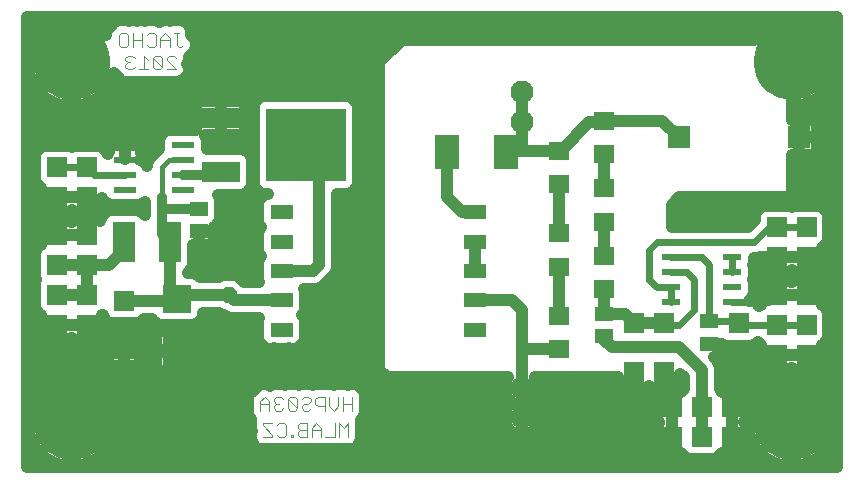
<source format=gbr>
G75*
G70*
%OFA0B0*%
%FSLAX24Y24*%
%IPPOS*%
%LPD*%
%AMOC8*
5,1,8,0,0,1.08239X$1,22.5*
%
%ADD10C,0.0040*%
%ADD11R,0.0740X0.0461*%
%ADD12C,0.0760*%
%ADD13R,0.0945X0.0945*%
%ADD14R,0.0669X0.0709*%
%ADD15R,0.0748X0.1339*%
%ADD16OC8,0.0520*%
%ADD17R,0.0710X0.0630*%
%ADD18R,0.0591X0.0512*%
%ADD19R,0.0630X0.0236*%
%ADD20R,0.0780X0.0220*%
%ADD21R,0.2677X0.2441*%
%ADD22R,0.1260X0.0709*%
%ADD23R,0.0650X0.0650*%
%ADD24R,0.0787X0.1181*%
%ADD25C,0.2540*%
%ADD26R,0.0768X0.0768*%
%ADD27C,0.0400*%
%ADD28C,0.0160*%
%ADD29C,0.0320*%
%ADD30C,0.0240*%
%ADD31C,0.0357*%
D10*
X008691Y004538D02*
X008998Y004538D01*
X008998Y004615D01*
X008691Y004922D01*
X008691Y004999D01*
X008998Y004999D01*
X009151Y004922D02*
X009228Y004999D01*
X009382Y004999D01*
X009458Y004922D01*
X009458Y004615D01*
X009382Y004538D01*
X009228Y004538D01*
X009151Y004615D01*
X009612Y004615D02*
X009612Y004538D01*
X009688Y004538D01*
X009688Y004615D01*
X009612Y004615D01*
X009842Y004615D02*
X009919Y004538D01*
X010149Y004538D01*
X010149Y004999D01*
X009919Y004999D01*
X009842Y004922D01*
X009842Y004845D01*
X009919Y004769D01*
X010149Y004769D01*
X010302Y004769D02*
X010609Y004769D01*
X010609Y004845D02*
X010456Y004999D01*
X010302Y004845D01*
X010302Y004538D01*
X010609Y004538D02*
X010609Y004845D01*
X011070Y004999D02*
X011070Y004538D01*
X010763Y004538D01*
X011223Y004538D02*
X011223Y004999D01*
X011377Y004845D01*
X011530Y004999D01*
X011530Y004538D01*
X011655Y005413D02*
X011655Y005874D01*
X011655Y005644D02*
X011348Y005644D01*
X011195Y005567D02*
X011041Y005413D01*
X010888Y005567D01*
X010888Y005874D01*
X010734Y005874D02*
X010504Y005874D01*
X010427Y005797D01*
X010427Y005644D01*
X010504Y005567D01*
X010734Y005567D01*
X010734Y005413D02*
X010734Y005874D01*
X010274Y005797D02*
X010274Y005720D01*
X010197Y005644D01*
X010044Y005644D01*
X009967Y005567D01*
X009967Y005490D01*
X010044Y005413D01*
X010197Y005413D01*
X010274Y005490D01*
X010274Y005797D02*
X010197Y005874D01*
X010044Y005874D01*
X009967Y005797D01*
X009813Y005797D02*
X009737Y005874D01*
X009583Y005874D01*
X009507Y005797D01*
X009813Y005490D01*
X009737Y005413D01*
X009583Y005413D01*
X009507Y005490D01*
X009507Y005797D01*
X009353Y005797D02*
X009276Y005874D01*
X009123Y005874D01*
X009046Y005797D01*
X009046Y005720D01*
X009123Y005644D01*
X009046Y005567D01*
X009046Y005490D01*
X009123Y005413D01*
X009276Y005413D01*
X009353Y005490D01*
X009200Y005644D02*
X009123Y005644D01*
X008893Y005644D02*
X008586Y005644D01*
X008586Y005720D02*
X008586Y005413D01*
X008893Y005413D02*
X008893Y005720D01*
X008739Y005874D01*
X008586Y005720D01*
X009813Y005797D02*
X009813Y005490D01*
X009919Y004769D02*
X009842Y004692D01*
X009842Y004615D01*
X011195Y005567D02*
X011195Y005874D01*
X011348Y005874D02*
X011348Y005413D01*
X005780Y016788D02*
X005473Y016788D01*
X005320Y016865D02*
X005013Y017172D01*
X005013Y016865D01*
X005089Y016788D01*
X005243Y016788D01*
X005320Y016865D01*
X005320Y017172D01*
X005243Y017249D01*
X005089Y017249D01*
X005013Y017172D01*
X004859Y017095D02*
X004706Y017249D01*
X004706Y016788D01*
X004859Y016788D02*
X004552Y016788D01*
X004399Y016865D02*
X004322Y016788D01*
X004169Y016788D01*
X004092Y016865D01*
X004092Y016942D01*
X004169Y017019D01*
X004245Y017019D01*
X004169Y017019D02*
X004092Y017095D01*
X004092Y017172D01*
X004169Y017249D01*
X004322Y017249D01*
X004399Y017172D01*
X004342Y017538D02*
X004342Y017999D01*
X004188Y017922D02*
X004188Y017615D01*
X004112Y017538D01*
X003958Y017538D01*
X003882Y017615D01*
X003882Y017922D01*
X003958Y017999D01*
X004112Y017999D01*
X004188Y017922D01*
X004342Y017769D02*
X004649Y017769D01*
X004802Y017922D02*
X004879Y017999D01*
X005032Y017999D01*
X005109Y017922D01*
X005109Y017615D01*
X005032Y017538D01*
X004879Y017538D01*
X004802Y017615D01*
X004649Y017538D02*
X004649Y017999D01*
X005263Y017845D02*
X005263Y017538D01*
X005263Y017769D02*
X005570Y017769D01*
X005570Y017845D02*
X005570Y017538D01*
X005800Y017615D02*
X005877Y017538D01*
X005953Y017538D01*
X006030Y017615D01*
X005800Y017615D02*
X005800Y017999D01*
X005877Y017999D02*
X005723Y017999D01*
X005570Y017845D02*
X005416Y017999D01*
X005263Y017845D01*
X005550Y017249D02*
X005703Y017249D01*
X005780Y017172D01*
X005550Y017249D02*
X005473Y017172D01*
X005473Y017095D01*
X005780Y016788D01*
D11*
X009300Y012018D03*
X009300Y011042D03*
X009300Y010066D03*
X009300Y009089D03*
X009300Y008113D03*
X015741Y008113D03*
X015741Y009089D03*
X015741Y010066D03*
X015741Y011042D03*
X015741Y012018D03*
D12*
X017300Y015018D03*
X017300Y016018D03*
X017300Y006160D03*
X017300Y005192D03*
D13*
X005800Y007402D03*
X005800Y009134D03*
D14*
X004050Y009075D03*
X004050Y007461D03*
X021050Y006711D03*
X022050Y006711D03*
X024550Y006711D03*
X024550Y008325D03*
X022050Y008325D03*
X021050Y008325D03*
D15*
X005568Y011018D03*
X004032Y011018D03*
D16*
X007550Y009268D03*
X007550Y007268D03*
D17*
X018550Y007458D03*
X018550Y008578D03*
X020050Y009458D03*
X018550Y010208D03*
X020050Y010578D03*
X018550Y011328D03*
X020050Y011708D03*
X020050Y012828D03*
X018550Y012958D03*
X018550Y014078D03*
X020050Y013958D03*
X020050Y015078D03*
D18*
X020050Y008642D03*
X020050Y007894D03*
X023550Y007644D03*
X023550Y008392D03*
X006550Y011394D03*
X006550Y012142D03*
D19*
X022276Y010518D03*
X022276Y010018D03*
X022276Y009518D03*
X022276Y009018D03*
X024324Y009018D03*
X024324Y009518D03*
X024324Y010018D03*
X024324Y010518D03*
D20*
X006020Y012768D03*
X006020Y013268D03*
X006020Y013768D03*
X006020Y014268D03*
X004080Y014268D03*
X004080Y013768D03*
X004080Y013268D03*
X004080Y012768D03*
D21*
X010105Y014268D03*
D22*
X007278Y013371D03*
X007278Y015166D03*
D23*
X002800Y013518D03*
X001800Y013518D03*
X001800Y012518D03*
X002800Y012518D03*
X002800Y011268D03*
X001800Y011268D03*
X001800Y010268D03*
X002800Y010268D03*
X002800Y009268D03*
X001800Y009268D03*
X001800Y008268D03*
X002800Y008268D03*
X022300Y005518D03*
X023300Y005518D03*
X024300Y005518D03*
X024300Y004518D03*
X023300Y004518D03*
X022300Y004518D03*
X025800Y007268D03*
X026800Y007268D03*
X026800Y008268D03*
X025800Y008268D03*
X025800Y009268D03*
X026800Y009268D03*
X026800Y010518D03*
X025800Y010518D03*
X025800Y011518D03*
X026800Y011518D03*
D24*
X016784Y014018D03*
X014816Y014018D03*
D25*
X026300Y017018D03*
X026300Y005018D03*
X002300Y005018D03*
X002300Y017018D03*
D26*
X022550Y014518D03*
X026550Y014518D03*
D27*
X000800Y018518D02*
X000800Y003518D01*
X020050Y003518D01*
X020050Y006518D01*
X017757Y006518D01*
X017796Y006464D01*
X017838Y006383D01*
X017866Y006296D01*
X017880Y006206D01*
X017880Y006160D01*
X017300Y006160D01*
X017300Y005192D01*
X017300Y005772D01*
X017300Y006160D01*
X017300Y006160D01*
X017300Y006160D01*
X016720Y006160D01*
X016720Y006114D01*
X016734Y006024D01*
X016762Y005937D01*
X016804Y005856D01*
X016858Y005782D01*
X016922Y005718D01*
X016980Y005676D01*
X016922Y005634D01*
X016858Y005569D01*
X016804Y005496D01*
X016762Y005414D01*
X016734Y005327D01*
X016720Y005237D01*
X016720Y005192D01*
X017300Y005192D01*
X017300Y005192D01*
X017300Y005192D01*
X017880Y005192D01*
X017880Y005237D01*
X017866Y005327D01*
X017838Y005414D01*
X017796Y005496D01*
X017742Y005569D01*
X017678Y005634D01*
X017620Y005676D01*
X017678Y005718D01*
X017742Y005782D01*
X017796Y005856D01*
X017838Y005937D01*
X017866Y006024D01*
X017880Y006114D01*
X017880Y006160D01*
X017300Y006160D01*
X017300Y006160D01*
X017300Y007518D01*
X017360Y007458D01*
X018550Y007458D01*
X017300Y007518D02*
X017300Y008768D01*
X016979Y009089D01*
X015741Y009089D01*
X015741Y010066D02*
X015741Y011042D01*
X015741Y012018D02*
X015300Y012018D01*
X014800Y012518D01*
X014800Y014003D01*
X014816Y014018D01*
X016784Y014018D02*
X016844Y014078D01*
X017300Y014078D01*
X017300Y015018D01*
X017300Y016018D01*
X018610Y014078D02*
X019550Y015018D01*
X019990Y015018D01*
X020050Y015078D01*
X021990Y015078D01*
X022550Y014518D01*
X020050Y013958D02*
X020050Y012828D01*
X018550Y012958D02*
X018550Y011328D01*
X020050Y011708D02*
X020050Y010578D01*
X018550Y010208D02*
X018550Y008578D01*
X020050Y008642D02*
X020733Y008642D01*
X021050Y008325D01*
X021300Y008325D01*
X021550Y008325D01*
X022050Y008325D01*
X022550Y007518D02*
X023300Y006768D01*
X023300Y005518D01*
X023300Y004518D01*
X022625Y003993D02*
X022300Y003993D01*
X022300Y004518D01*
X022300Y004518D01*
X022300Y003993D01*
X021949Y003993D01*
X021898Y004007D01*
X021852Y004033D01*
X021815Y004071D01*
X021789Y004116D01*
X021775Y004167D01*
X021775Y004518D01*
X022300Y004518D01*
X022300Y004518D01*
X021775Y004518D01*
X021775Y004870D01*
X021789Y004921D01*
X021815Y004966D01*
X021852Y005003D01*
X021878Y005018D01*
X021852Y005033D01*
X021815Y005071D01*
X021789Y005116D01*
X021775Y005167D01*
X021775Y005518D01*
X022300Y005518D01*
X022300Y004993D01*
X022300Y004518D01*
X022300Y005518D01*
X022300Y005518D01*
X022300Y005518D01*
X021775Y005518D01*
X021775Y005870D01*
X021789Y005921D01*
X021815Y005966D01*
X021852Y006003D01*
X021898Y006030D01*
X021949Y006043D01*
X022300Y006043D01*
X022300Y005518D01*
X022300Y005518D01*
X022300Y006043D01*
X022625Y006043D01*
X022636Y006070D01*
X022700Y006134D01*
X022700Y006520D01*
X022585Y006635D01*
X022585Y006331D01*
X022571Y006280D01*
X022545Y006234D01*
X022507Y006197D01*
X022462Y006171D01*
X022411Y006157D01*
X022050Y006157D01*
X022050Y006711D01*
X022050Y006157D01*
X021689Y006157D01*
X021638Y006171D01*
X021593Y006197D01*
X021555Y006234D01*
X021550Y006243D01*
X021545Y006234D01*
X021507Y006197D01*
X021462Y006171D01*
X021411Y006157D01*
X021050Y006157D01*
X021050Y006518D01*
X021050Y006157D01*
X020689Y006157D01*
X020638Y006171D01*
X020593Y006197D01*
X020555Y006234D01*
X020529Y006280D01*
X020515Y006331D01*
X020515Y006518D01*
X019050Y006518D01*
X019050Y004018D01*
X019550Y003518D01*
X027800Y003518D01*
X027800Y018518D01*
X024551Y018518D01*
X025143Y017925D01*
X025209Y018007D01*
X025312Y018109D01*
X025423Y018200D01*
X025543Y018281D01*
X025671Y018349D01*
X025804Y018404D01*
X025942Y018446D01*
X026084Y018474D01*
X026185Y018484D01*
X026185Y017133D01*
X026415Y017133D01*
X027766Y017133D01*
X027756Y017234D01*
X027728Y017376D01*
X027686Y017514D01*
X027630Y017648D01*
X027562Y017775D01*
X027482Y017895D01*
X027391Y018007D01*
X027288Y018109D01*
X027177Y018200D01*
X027057Y018281D01*
X026929Y018349D01*
X026796Y018404D01*
X026658Y018446D01*
X026516Y018474D01*
X026415Y018484D01*
X026415Y017133D01*
X026415Y016903D01*
X026415Y015553D01*
X026516Y015562D01*
X026658Y015591D01*
X026796Y015633D01*
X026929Y015688D01*
X027057Y015756D01*
X027177Y015836D01*
X027288Y015928D01*
X027391Y016030D01*
X027482Y016142D01*
X027562Y016262D01*
X027630Y016389D01*
X027686Y016522D01*
X027728Y016661D01*
X027756Y016802D01*
X027766Y016903D01*
X026415Y016903D01*
X026185Y016903D01*
X026185Y016883D01*
X026300Y016768D01*
X026300Y015102D01*
X026550Y015102D01*
X026550Y014518D01*
X026550Y013934D01*
X026960Y013934D01*
X027011Y013948D01*
X027057Y013974D01*
X027094Y014012D01*
X027120Y014057D01*
X027134Y014108D01*
X027134Y014518D01*
X026550Y014518D01*
X026550Y014518D01*
X026550Y013934D01*
X026300Y013934D01*
X026300Y012518D01*
X022550Y012518D01*
X022300Y012268D01*
X022300Y011538D01*
X024835Y011538D01*
X025075Y011779D01*
X025075Y011923D01*
X025136Y012070D01*
X025248Y012182D01*
X025395Y012243D01*
X026205Y012243D01*
X026300Y012204D01*
X026395Y012243D01*
X027205Y012243D01*
X027352Y012182D01*
X027464Y012070D01*
X027525Y011923D01*
X027525Y011114D01*
X027464Y010967D01*
X027352Y010854D01*
X027325Y010843D01*
X027325Y010518D01*
X026800Y010518D01*
X026800Y009993D01*
X027151Y009993D01*
X027202Y010007D01*
X027248Y010033D01*
X027285Y010071D01*
X027311Y010116D01*
X027325Y010167D01*
X027325Y010518D01*
X026800Y010518D01*
X026800Y010518D01*
X026800Y009993D01*
X026449Y009993D01*
X026398Y010007D01*
X026352Y010033D01*
X026315Y010071D01*
X026300Y010096D01*
X026285Y010071D01*
X026248Y010033D01*
X026202Y010007D01*
X026151Y009993D01*
X025800Y009993D01*
X025800Y010518D01*
X025800Y010518D01*
X025800Y009993D01*
X025449Y009993D01*
X025398Y010007D01*
X025352Y010033D01*
X025315Y010071D01*
X025289Y010116D01*
X025275Y010167D01*
X025275Y010518D01*
X025800Y010518D01*
X025800Y010518D01*
X025800Y010518D01*
X026275Y010518D01*
X026800Y010518D01*
X026800Y010518D01*
X026800Y010518D01*
X025800Y010518D01*
X025275Y010518D01*
X025275Y010549D01*
X025153Y010498D01*
X025039Y010498D01*
X025039Y010321D01*
X025017Y010268D01*
X025039Y010216D01*
X025039Y009821D01*
X025017Y009768D01*
X025039Y009716D01*
X025039Y009321D01*
X024978Y009174D01*
X024884Y009080D01*
X024964Y009080D01*
X025111Y009019D01*
X025223Y008907D01*
X025248Y008932D01*
X025275Y008943D01*
X025275Y009268D01*
X025800Y009268D01*
X025800Y009268D01*
X025800Y009268D01*
X026800Y009268D01*
X026800Y009268D01*
X027325Y009268D01*
X027325Y008943D01*
X027352Y008932D01*
X027464Y008820D01*
X027525Y008673D01*
X027525Y007864D01*
X027464Y007717D01*
X027352Y007604D01*
X027325Y007593D01*
X027325Y007268D01*
X026800Y007268D01*
X026800Y006743D01*
X027151Y006743D01*
X027202Y006757D01*
X027248Y006783D01*
X027285Y006821D01*
X027311Y006866D01*
X027325Y006917D01*
X027325Y007268D01*
X026800Y007268D01*
X026800Y007268D01*
X026800Y006743D01*
X026449Y006743D01*
X026398Y006757D01*
X026352Y006783D01*
X026315Y006821D01*
X026300Y006846D01*
X026285Y006821D01*
X026248Y006783D01*
X026202Y006757D01*
X026151Y006743D01*
X025800Y006743D01*
X025800Y007268D01*
X025800Y007268D01*
X025800Y006743D01*
X025449Y006743D01*
X025398Y006757D01*
X025352Y006783D01*
X025315Y006821D01*
X025289Y006866D01*
X025275Y006917D01*
X025275Y007268D01*
X025800Y007268D01*
X025800Y007268D01*
X025800Y007268D01*
X026800Y007268D01*
X026800Y007268D01*
X026800Y007268D01*
X026325Y007268D01*
X025800Y007268D01*
X025275Y007268D01*
X025275Y007593D01*
X025248Y007604D01*
X025166Y007687D01*
X025111Y007632D01*
X024964Y007571D01*
X024136Y007571D01*
X024045Y007609D01*
X024045Y007362D01*
X024032Y007311D01*
X024005Y007266D01*
X023968Y007228D01*
X023922Y007202D01*
X023872Y007188D01*
X023728Y007188D01*
X023809Y007108D01*
X023900Y006888D01*
X023900Y006134D01*
X023964Y006070D01*
X023975Y006043D01*
X024300Y006043D01*
X024651Y006043D01*
X024702Y006030D01*
X024748Y006003D01*
X024785Y005966D01*
X024811Y005921D01*
X024825Y005870D01*
X024825Y005518D01*
X024300Y005518D01*
X024300Y005043D01*
X024300Y004518D01*
X024300Y003993D01*
X024651Y003993D01*
X024702Y004007D01*
X024748Y004033D01*
X024785Y004071D01*
X024811Y004116D01*
X024825Y004167D01*
X024825Y004518D01*
X024300Y004518D01*
X024300Y004518D01*
X024300Y003993D01*
X023975Y003993D01*
X023964Y003967D01*
X023852Y003854D01*
X023705Y003793D01*
X022895Y003793D01*
X022748Y003854D01*
X022636Y003967D01*
X022625Y003993D01*
X022842Y003815D02*
X019253Y003815D01*
X019050Y004214D02*
X021775Y004214D01*
X021775Y004612D02*
X019050Y004612D01*
X019050Y005011D02*
X021865Y005011D01*
X022300Y005011D02*
X022300Y005011D01*
X022300Y004612D02*
X022300Y004612D01*
X022300Y004518D02*
X022300Y004518D01*
X022300Y004214D02*
X022300Y004214D01*
X023758Y003815D02*
X025454Y003815D01*
X025423Y003836D02*
X025543Y003756D01*
X025671Y003688D01*
X025804Y003633D01*
X025942Y003591D01*
X026084Y003562D01*
X026185Y003553D01*
X026185Y004903D01*
X026415Y004903D01*
X026415Y003553D01*
X026516Y003562D01*
X026658Y003591D01*
X026796Y003633D01*
X026929Y003688D01*
X027057Y003756D01*
X027177Y003836D01*
X027288Y003928D01*
X027391Y004030D01*
X027482Y004142D01*
X027562Y004262D01*
X027630Y004389D01*
X027686Y004522D01*
X027728Y004661D01*
X027756Y004802D01*
X027766Y004903D01*
X026415Y004903D01*
X026415Y005133D01*
X027766Y005133D01*
X027756Y005234D01*
X027728Y005376D01*
X027686Y005514D01*
X027630Y005648D01*
X027562Y005775D01*
X027482Y005895D01*
X027391Y006007D01*
X027288Y006109D01*
X027177Y006200D01*
X027057Y006281D01*
X026929Y006349D01*
X026796Y006404D01*
X026658Y006446D01*
X026516Y006474D01*
X026415Y006484D01*
X026415Y005133D01*
X026185Y005133D01*
X026185Y004903D01*
X024834Y004903D01*
X024844Y004802D01*
X024872Y004661D01*
X024914Y004522D01*
X024970Y004389D01*
X025038Y004262D01*
X025118Y004142D01*
X025209Y004030D01*
X025312Y003928D01*
X025423Y003836D01*
X025070Y004214D02*
X024825Y004214D01*
X024825Y004518D02*
X024300Y004518D01*
X024300Y004518D01*
X024300Y005518D01*
X024300Y005518D01*
X024300Y005518D01*
X024825Y005518D01*
X024825Y005167D01*
X024811Y005116D01*
X024785Y005071D01*
X024748Y005033D01*
X024722Y005018D01*
X024748Y005003D01*
X024785Y004966D01*
X024811Y004921D01*
X024825Y004870D01*
X024825Y004518D01*
X024825Y004612D02*
X024887Y004612D01*
X024735Y005011D02*
X026185Y005011D01*
X026185Y005133D02*
X024834Y005133D01*
X024844Y005234D01*
X024872Y005376D01*
X024914Y005514D01*
X024970Y005648D01*
X025038Y005775D01*
X025118Y005895D01*
X025209Y006007D01*
X025312Y006109D01*
X025423Y006200D01*
X025543Y006281D01*
X025671Y006349D01*
X025804Y006404D01*
X025942Y006446D01*
X026084Y006474D01*
X026185Y006484D01*
X026185Y005133D01*
X026415Y005011D02*
X027800Y005011D01*
X027800Y004612D02*
X027713Y004612D01*
X027800Y004214D02*
X027530Y004214D01*
X027800Y003815D02*
X027146Y003815D01*
X026415Y003815D02*
X026185Y003815D01*
X026185Y004214D02*
X026415Y004214D01*
X026415Y004612D02*
X026185Y004612D01*
X026185Y005409D02*
X026415Y005409D01*
X026415Y005808D02*
X026185Y005808D01*
X026185Y006206D02*
X026415Y006206D01*
X027168Y006206D02*
X027800Y006206D01*
X027800Y005808D02*
X027540Y005808D01*
X027718Y005409D02*
X027800Y005409D01*
X027800Y006605D02*
X025085Y006605D01*
X025085Y006711D02*
X024550Y006711D01*
X024550Y006157D01*
X024550Y006711D01*
X024550Y006711D01*
X024550Y006711D01*
X024015Y006711D01*
X024015Y006331D01*
X024029Y006280D01*
X024055Y006234D01*
X024093Y006197D01*
X024138Y006171D01*
X024189Y006157D01*
X024550Y006157D01*
X024911Y006157D01*
X024962Y006171D01*
X025007Y006197D01*
X025045Y006234D01*
X025071Y006280D01*
X025085Y006331D01*
X025085Y006711D01*
X025085Y007092D01*
X025071Y007143D01*
X025045Y007188D01*
X025007Y007226D01*
X024962Y007252D01*
X024911Y007266D01*
X024550Y007266D01*
X024189Y007266D01*
X024138Y007252D01*
X024093Y007226D01*
X024055Y007188D01*
X024029Y007143D01*
X024015Y007092D01*
X024015Y006711D01*
X024550Y006711D01*
X024550Y006711D01*
X024800Y006961D01*
X024800Y007018D01*
X024300Y007018D01*
X023674Y007644D01*
X023550Y007644D01*
X023976Y007644D01*
X023976Y007644D01*
X023550Y007644D01*
X023550Y007644D01*
X024045Y007402D02*
X025275Y007402D01*
X025275Y007003D02*
X025085Y007003D01*
X025085Y006711D02*
X024550Y006711D01*
X024550Y007266D01*
X024550Y006711D01*
X024550Y006711D01*
X024550Y006605D02*
X024550Y006605D01*
X024550Y007003D02*
X024550Y007003D01*
X024015Y007003D02*
X023852Y007003D01*
X023900Y006605D02*
X024015Y006605D01*
X024083Y006206D02*
X023900Y006206D01*
X024300Y006043D02*
X024300Y005518D01*
X024300Y005518D01*
X024300Y006043D01*
X024300Y005808D02*
X024300Y005808D01*
X024300Y005409D02*
X024300Y005409D01*
X024300Y005011D02*
X024300Y005011D01*
X024300Y004612D02*
X024300Y004612D01*
X024300Y004518D02*
X024300Y004518D01*
X024300Y004214D02*
X024300Y004214D01*
X024825Y005409D02*
X024882Y005409D01*
X024825Y005808D02*
X025060Y005808D01*
X025017Y006206D02*
X025432Y006206D01*
X024550Y006206D02*
X024550Y006206D01*
X025800Y007003D02*
X025800Y007003D01*
X026800Y007003D02*
X026800Y007003D01*
X027325Y007003D02*
X027800Y007003D01*
X027800Y007402D02*
X027325Y007402D01*
X027499Y007800D02*
X027800Y007800D01*
X027800Y008199D02*
X027525Y008199D01*
X027525Y008597D02*
X027800Y008597D01*
X027800Y008996D02*
X027325Y008996D01*
X027325Y009268D02*
X027325Y009620D01*
X027311Y009671D01*
X027285Y009716D01*
X027248Y009753D01*
X027202Y009780D01*
X027151Y009793D01*
X026800Y009793D01*
X026800Y009793D01*
X026800Y009268D01*
X026800Y009268D01*
X027325Y009268D01*
X027325Y009394D02*
X027800Y009394D01*
X027800Y009793D02*
X027153Y009793D01*
X026800Y009793D02*
X026449Y009793D01*
X026398Y009780D01*
X026352Y009753D01*
X026315Y009716D01*
X026300Y009690D01*
X026285Y009716D01*
X026248Y009753D01*
X026202Y009780D01*
X026151Y009793D01*
X025800Y009793D01*
X025800Y009793D01*
X025800Y009268D01*
X025275Y009268D01*
X025275Y009620D01*
X025289Y009671D01*
X025315Y009716D01*
X025352Y009753D01*
X025398Y009780D01*
X025449Y009793D01*
X025800Y009793D01*
X025800Y009268D01*
X026325Y009268D01*
X026800Y009268D01*
X026800Y009793D01*
X026447Y009793D02*
X026153Y009793D01*
X025800Y010191D02*
X025800Y010191D01*
X025275Y010191D02*
X025039Y010191D01*
X025027Y009793D02*
X025447Y009793D01*
X025275Y009394D02*
X025039Y009394D01*
X025134Y008996D02*
X025275Y008996D01*
X025800Y009268D02*
X025800Y009268D01*
X025800Y009394D02*
X025800Y009394D01*
X026800Y009394D02*
X026800Y009394D01*
X026800Y009268D02*
X026800Y009268D01*
X026800Y010191D02*
X026800Y010191D01*
X027325Y010191D02*
X027800Y010191D01*
X027800Y010590D02*
X027325Y010590D01*
X027473Y010988D02*
X027800Y010988D01*
X027800Y011387D02*
X027525Y011387D01*
X027525Y011785D02*
X027800Y011785D01*
X027800Y012184D02*
X027348Y012184D01*
X027800Y012582D02*
X026300Y012582D01*
X026300Y012981D02*
X027800Y012981D01*
X027800Y013379D02*
X026300Y013379D01*
X026300Y013778D02*
X027800Y013778D01*
X027800Y014176D02*
X027134Y014176D01*
X027134Y014518D02*
X026550Y014518D01*
X026550Y014518D01*
X026550Y015102D01*
X026960Y015102D01*
X027011Y015089D01*
X027057Y015062D01*
X027094Y015025D01*
X027120Y014979D01*
X027134Y014928D01*
X027134Y014518D01*
X027134Y014575D02*
X027800Y014575D01*
X027800Y014973D02*
X027122Y014973D01*
X026550Y014973D02*
X026550Y014973D01*
X026550Y014575D02*
X026550Y014575D01*
X026550Y014518D02*
X026550Y014518D01*
X026550Y014176D02*
X026550Y014176D01*
X026300Y015372D02*
X027800Y015372D01*
X027800Y015770D02*
X027078Y015770D01*
X027500Y016169D02*
X027800Y016169D01*
X027800Y016567D02*
X027699Y016567D01*
X027800Y016966D02*
X026415Y016966D01*
X026415Y017364D02*
X026185Y017364D01*
X026185Y017763D02*
X026415Y017763D01*
X026415Y017768D02*
X026185Y017768D01*
X026185Y018484D01*
X026084Y018474D01*
X025942Y018446D01*
X025804Y018404D01*
X025671Y018349D01*
X025543Y018281D01*
X025423Y018200D01*
X025312Y018109D01*
X025209Y018007D01*
X025118Y017895D01*
X025038Y017775D01*
X025034Y017768D01*
X013300Y017768D01*
X012550Y017018D01*
X012550Y006768D01*
X012800Y006518D01*
X016843Y006518D01*
X016804Y006464D01*
X016762Y006383D01*
X016734Y006296D01*
X016720Y006206D01*
X016720Y006160D01*
X017300Y006160D01*
X017300Y005808D02*
X017300Y005808D01*
X016839Y005808D02*
X012075Y005808D01*
X012075Y005957D02*
X012011Y006112D01*
X011893Y006230D01*
X011739Y006294D01*
X011571Y006294D01*
X011502Y006265D01*
X011432Y006294D01*
X011111Y006294D01*
X011041Y006265D01*
X010971Y006294D01*
X010420Y006294D01*
X010351Y006265D01*
X010281Y006294D01*
X010198Y006294D01*
X010114Y006294D01*
X010114Y006294D01*
X009960Y006294D01*
X009890Y006265D01*
X009820Y006294D01*
X009736Y006294D01*
X009653Y006294D01*
X009500Y006294D01*
X009430Y006265D01*
X009360Y006294D01*
X009275Y006294D01*
X009193Y006294D01*
X009193Y006294D01*
X009039Y006294D01*
X008931Y006249D01*
X008929Y006250D01*
X008823Y006294D01*
X008656Y006294D01*
X008564Y006256D01*
X008501Y006230D01*
X008499Y006228D01*
X008383Y006112D01*
X008383Y006112D01*
X008348Y006076D01*
X008230Y005958D01*
X008166Y005804D01*
X008166Y005330D01*
X008230Y005175D01*
X008286Y005119D01*
X008271Y005082D01*
X008271Y004838D01*
X008316Y004730D01*
X008271Y004622D01*
X008271Y004455D01*
X008335Y004300D01*
X008453Y004182D01*
X008607Y004118D01*
X009081Y004118D01*
X009113Y004131D01*
X009144Y004118D01*
X009144Y004118D01*
X009144Y004118D01*
X009229Y004118D01*
X009465Y004118D01*
X009497Y004131D01*
X009528Y004118D01*
X009772Y004118D01*
X009804Y004131D01*
X009835Y004118D01*
X009918Y004118D01*
X010386Y004118D01*
X010456Y004147D01*
X010526Y004118D01*
X011307Y004118D01*
X011377Y004147D01*
X011446Y004118D01*
X011614Y004118D01*
X011768Y004182D01*
X011886Y004300D01*
X011950Y004455D01*
X011950Y005082D01*
X011941Y005105D01*
X012011Y005175D01*
X012075Y005330D01*
X012075Y005957D01*
X011916Y006206D02*
X016720Y006206D01*
X017761Y005808D02*
X020050Y005808D01*
X020050Y006206D02*
X017880Y006206D01*
X017839Y005409D02*
X020050Y005409D01*
X020050Y005011D02*
X017851Y005011D01*
X017838Y004969D02*
X017866Y005056D01*
X017880Y005146D01*
X017880Y005192D01*
X017300Y005192D01*
X017300Y005192D01*
X016720Y005192D01*
X016720Y005146D01*
X016734Y005056D01*
X016762Y004969D01*
X016804Y004888D01*
X016858Y004814D01*
X016922Y004749D01*
X016996Y004695D01*
X017077Y004654D01*
X017164Y004626D01*
X017254Y004612D01*
X017300Y004612D01*
X017300Y004612D01*
X017300Y005192D01*
X017300Y004612D01*
X017346Y004612D01*
X017436Y004626D01*
X017523Y004654D01*
X017604Y004695D01*
X017678Y004749D01*
X017742Y004814D01*
X017796Y004888D01*
X017838Y004969D01*
X017300Y005011D02*
X017300Y005011D01*
X017300Y005192D02*
X017300Y005192D01*
X016749Y005011D02*
X011950Y005011D01*
X011950Y004612D02*
X017249Y004612D01*
X017351Y004612D02*
X020050Y004612D01*
X020050Y004214D02*
X011799Y004214D01*
X012075Y005409D02*
X016761Y005409D01*
X017300Y005409D02*
X017300Y005409D01*
X019050Y005409D02*
X021775Y005409D01*
X022300Y005409D02*
X022300Y005409D01*
X022300Y005808D02*
X022300Y005808D01*
X022517Y006206D02*
X022700Y006206D01*
X022615Y006605D02*
X022585Y006605D01*
X022050Y006605D02*
X022050Y006605D01*
X022050Y006711D02*
X022050Y006711D01*
X022050Y006206D02*
X022050Y006206D01*
X021583Y006206D02*
X021517Y006206D01*
X021050Y006206D02*
X021050Y006206D01*
X021050Y006518D02*
X021050Y006518D01*
X020583Y006206D02*
X019050Y006206D01*
X019050Y005808D02*
X021775Y005808D01*
X022550Y007518D02*
X020300Y007518D01*
X020050Y007768D01*
X020050Y007894D01*
X020050Y008642D02*
X020050Y009458D01*
X022300Y011785D02*
X025075Y011785D01*
X025252Y012184D02*
X022300Y012184D01*
X018610Y014078D02*
X018550Y014078D01*
X017300Y014078D01*
X016800Y014034D02*
X016784Y014018D01*
X012550Y014176D02*
X011844Y014176D01*
X011844Y013778D02*
X012550Y013778D01*
X012550Y013379D02*
X011844Y013379D01*
X011844Y012981D02*
X012550Y012981D01*
X012550Y012582D02*
X011150Y012582D01*
X011150Y012648D02*
X011523Y012648D01*
X011670Y012709D01*
X011783Y012821D01*
X011844Y012968D01*
X011844Y015568D01*
X011783Y015715D01*
X011670Y015828D01*
X011523Y015889D01*
X008687Y015889D01*
X008540Y015828D01*
X008427Y015715D01*
X008367Y015568D01*
X008367Y012968D01*
X008427Y012821D01*
X008540Y012709D01*
X008687Y012648D01*
X008848Y012648D01*
X008703Y012588D01*
X008591Y012475D01*
X008530Y012328D01*
X008530Y011708D01*
X008591Y011561D01*
X008622Y011530D01*
X008591Y011499D01*
X008530Y011352D01*
X008530Y010732D01*
X008591Y010585D01*
X008622Y010554D01*
X008591Y010522D01*
X008530Y010375D01*
X008530Y009756D01*
X008557Y009689D01*
X008063Y009689D01*
X007823Y009928D01*
X007277Y009928D01*
X007217Y009868D01*
X006577Y009868D01*
X006499Y009946D01*
X006352Y010007D01*
X006168Y010007D01*
X006168Y010010D01*
X006281Y010122D01*
X006342Y010269D01*
X006342Y010938D01*
X006550Y010938D01*
X006872Y010938D01*
X006922Y010952D01*
X006968Y010978D01*
X007005Y011016D01*
X007032Y011061D01*
X007045Y011112D01*
X007045Y011394D01*
X006550Y011394D01*
X006550Y010938D01*
X006550Y011394D01*
X006550Y011394D01*
X006550Y011394D01*
X007045Y011394D01*
X007045Y011536D01*
X007072Y011547D01*
X007184Y011660D01*
X007245Y011807D01*
X007245Y012478D01*
X007188Y012616D01*
X007988Y012616D01*
X008135Y012677D01*
X008247Y012790D01*
X008308Y012937D01*
X008308Y013805D01*
X008247Y013952D01*
X008135Y014064D01*
X007988Y014125D01*
X006810Y014125D01*
X006810Y014458D01*
X006749Y014605D01*
X006742Y014612D01*
X007278Y014612D01*
X007278Y015166D01*
X007278Y015166D01*
X006448Y015166D01*
X006448Y015547D01*
X006462Y015597D01*
X006488Y015643D01*
X006526Y015680D01*
X006571Y015707D01*
X006622Y015720D01*
X007278Y015720D01*
X007278Y015166D01*
X006448Y015166D01*
X006448Y014785D01*
X006450Y014778D01*
X005550Y014778D01*
X005403Y014717D01*
X005291Y014605D01*
X005230Y014458D01*
X005230Y014127D01*
X005028Y013925D01*
X004893Y013790D01*
X004820Y013614D01*
X004820Y013579D01*
X004809Y013605D01*
X004697Y013717D01*
X004670Y013728D01*
X004670Y013768D01*
X004574Y013768D01*
X004574Y013768D01*
X004670Y013768D01*
X004670Y013905D01*
X004656Y013956D01*
X004630Y014001D01*
X004613Y014018D01*
X004630Y014036D01*
X004656Y014081D01*
X004670Y014132D01*
X004670Y014268D01*
X004080Y014268D01*
X004080Y013958D01*
X004080Y013788D01*
X004080Y014268D01*
X004080Y014268D01*
X003490Y014268D01*
X003490Y014132D01*
X003504Y014081D01*
X003530Y014036D01*
X003547Y014018D01*
X003530Y014001D01*
X003508Y013963D01*
X003464Y014070D01*
X003352Y014182D01*
X003205Y014243D01*
X002395Y014243D01*
X002300Y014204D01*
X002205Y014243D01*
X001395Y014243D01*
X001248Y014182D01*
X001136Y014070D01*
X001075Y013923D01*
X001075Y013114D01*
X001136Y012967D01*
X001248Y012854D01*
X001275Y012843D01*
X001275Y012518D01*
X001275Y012167D01*
X001289Y012116D01*
X001315Y012071D01*
X001352Y012033D01*
X001398Y012007D01*
X001449Y011993D01*
X001800Y011993D01*
X002151Y011993D01*
X002202Y012007D01*
X002248Y012033D01*
X002285Y012071D01*
X002300Y012096D01*
X002315Y012071D01*
X002352Y012033D01*
X002398Y012007D01*
X002449Y011993D01*
X002800Y011993D01*
X003151Y011993D01*
X003202Y012007D01*
X003248Y012033D01*
X003285Y012071D01*
X003311Y012116D01*
X003325Y012167D01*
X003325Y012494D01*
X003351Y012432D01*
X003463Y012319D01*
X003610Y012258D01*
X004550Y012258D01*
X004697Y012319D01*
X004740Y012363D01*
X004740Y011920D01*
X004633Y012027D01*
X004486Y012088D01*
X003579Y012088D01*
X003432Y012027D01*
X003319Y011914D01*
X003258Y011767D01*
X003258Y011743D01*
X003248Y011753D01*
X003202Y011780D01*
X003151Y011793D01*
X002800Y011793D01*
X002800Y011268D01*
X001800Y011268D01*
X001275Y011268D01*
X001275Y010943D01*
X001248Y010932D01*
X001136Y010820D01*
X001075Y010673D01*
X001075Y009864D01*
X001115Y009768D01*
X001075Y009673D01*
X001075Y008864D01*
X001136Y008717D01*
X001248Y008604D01*
X001275Y008593D01*
X001275Y008268D01*
X001275Y007917D01*
X001289Y007866D01*
X001315Y007821D01*
X001352Y007783D01*
X001398Y007757D01*
X001449Y007743D01*
X001800Y007743D01*
X002151Y007743D01*
X002202Y007757D01*
X002248Y007783D01*
X002285Y007821D01*
X002300Y007846D01*
X002315Y007821D01*
X002352Y007783D01*
X002398Y007757D01*
X002449Y007743D01*
X002800Y007743D01*
X003151Y007743D01*
X003202Y007757D01*
X003248Y007783D01*
X003285Y007821D01*
X003311Y007866D01*
X003325Y007917D01*
X003325Y008268D01*
X002800Y008268D01*
X002800Y007743D01*
X002800Y008268D01*
X002800Y008268D01*
X002800Y008268D01*
X001800Y008268D01*
X001800Y007743D01*
X001800Y008268D01*
X001800Y008268D01*
X001275Y008268D01*
X001800Y008268D01*
X001800Y008268D01*
X001800Y008268D01*
X002800Y008268D01*
X002800Y008268D01*
X003325Y008268D01*
X003325Y008593D01*
X003334Y008597D01*
X003376Y008494D01*
X003489Y008382D01*
X003636Y008321D01*
X004464Y008321D01*
X004611Y008382D01*
X004705Y008475D01*
X004972Y008475D01*
X004988Y008435D01*
X005101Y008323D01*
X005248Y008262D01*
X006352Y008262D01*
X006499Y008323D01*
X006612Y008435D01*
X006672Y008582D01*
X006672Y008668D01*
X007217Y008668D01*
X007277Y008608D01*
X007361Y008608D01*
X007389Y008581D01*
X007610Y008489D01*
X008557Y008489D01*
X008530Y008423D01*
X008530Y007803D01*
X008591Y007656D01*
X008703Y007543D01*
X008850Y007482D01*
X009750Y007482D01*
X009897Y007543D01*
X010009Y007656D01*
X010070Y007803D01*
X010070Y008423D01*
X010009Y008570D01*
X009978Y008601D01*
X010009Y008632D01*
X010070Y008779D01*
X010070Y009399D01*
X010043Y009466D01*
X010467Y009466D01*
X010687Y009557D01*
X010890Y009760D01*
X011059Y009928D01*
X011150Y010149D01*
X011150Y012648D01*
X011150Y012184D02*
X012550Y012184D01*
X012550Y011785D02*
X011150Y011785D01*
X011150Y011387D02*
X012550Y011387D01*
X012550Y010988D02*
X011150Y010988D01*
X011150Y010590D02*
X012550Y010590D01*
X012550Y010191D02*
X011150Y010191D01*
X010923Y009793D02*
X012550Y009793D01*
X012550Y009394D02*
X010070Y009394D01*
X010070Y008996D02*
X012550Y008996D01*
X012550Y008597D02*
X009982Y008597D01*
X010070Y008199D02*
X012550Y008199D01*
X012550Y007800D02*
X010069Y007800D01*
X008531Y007800D02*
X006472Y007800D01*
X006472Y007901D02*
X006459Y007952D01*
X006432Y007997D01*
X006395Y008035D01*
X006350Y008061D01*
X006299Y008075D01*
X005836Y008075D01*
X005836Y007438D01*
X006472Y007438D01*
X006472Y007901D01*
X006472Y007366D02*
X005836Y007366D01*
X005836Y006730D01*
X006299Y006730D01*
X006350Y006743D01*
X006395Y006770D01*
X006432Y006807D01*
X006459Y006853D01*
X006472Y006903D01*
X006472Y007366D01*
X006472Y007003D02*
X007164Y007003D01*
X007090Y007078D02*
X007090Y007268D01*
X007550Y007268D01*
X007550Y006808D01*
X007741Y006808D01*
X008010Y007078D01*
X008010Y007268D01*
X007550Y007268D01*
X007550Y007268D01*
X007550Y006808D01*
X007359Y006808D01*
X007090Y007078D01*
X007090Y007268D02*
X007550Y007268D01*
X007550Y007268D01*
X007550Y007268D01*
X008010Y007268D01*
X008010Y007459D01*
X007741Y007728D01*
X007550Y007728D01*
X007359Y007728D01*
X007090Y007459D01*
X007090Y007268D01*
X007090Y007402D02*
X005836Y007402D01*
X005836Y007366D02*
X005836Y007438D01*
X005764Y007438D01*
X005764Y007366D01*
X005836Y007366D01*
X005764Y007366D02*
X005764Y006730D01*
X005301Y006730D01*
X005250Y006743D01*
X005205Y006770D01*
X005168Y006807D01*
X005141Y006853D01*
X005128Y006903D01*
X005128Y007366D01*
X005764Y007366D01*
X005764Y007402D02*
X004585Y007402D01*
X004585Y007461D02*
X004050Y007461D01*
X004050Y006907D01*
X004050Y007461D01*
X004050Y007461D01*
X004050Y007461D01*
X003515Y007461D01*
X003515Y007081D01*
X003529Y007030D01*
X003555Y006984D01*
X003593Y006947D01*
X003638Y006921D01*
X003689Y006907D01*
X004050Y006907D01*
X004411Y006907D01*
X004462Y006921D01*
X004507Y006947D01*
X004545Y006984D01*
X004571Y007030D01*
X004585Y007081D01*
X004585Y007461D01*
X004585Y007842D01*
X004571Y007893D01*
X004545Y007938D01*
X004507Y007976D01*
X004462Y008002D01*
X004411Y008016D01*
X004050Y008016D01*
X003689Y008016D01*
X003638Y008002D01*
X003593Y007976D01*
X003555Y007938D01*
X003529Y007893D01*
X003515Y007842D01*
X003515Y007461D01*
X004050Y007461D01*
X004050Y007461D01*
X004585Y007461D01*
X004050Y007461D02*
X004050Y007461D01*
X004050Y008016D01*
X004050Y007461D01*
X004050Y007402D02*
X004050Y007402D01*
X004050Y007800D02*
X004050Y007800D01*
X004585Y007800D02*
X005128Y007800D01*
X005128Y007901D02*
X005128Y007438D01*
X005764Y007438D01*
X005764Y008075D01*
X005301Y008075D01*
X005250Y008061D01*
X005205Y008035D01*
X005168Y007997D01*
X005141Y007952D01*
X005128Y007901D01*
X005764Y007800D02*
X005836Y007800D01*
X005836Y007003D02*
X005764Y007003D01*
X005128Y007003D02*
X004556Y007003D01*
X004050Y007003D02*
X004050Y007003D01*
X003544Y007003D02*
X000800Y007003D01*
X000800Y006605D02*
X012713Y006605D01*
X012550Y007003D02*
X007936Y007003D01*
X007550Y007003D02*
X007550Y007003D01*
X007550Y007268D02*
X007550Y007728D01*
X007550Y007268D01*
X007550Y007268D01*
X007550Y007402D02*
X007550Y007402D01*
X008010Y007402D02*
X012550Y007402D01*
X009653Y006294D02*
X009653Y006294D01*
X008501Y006230D02*
X008501Y006230D01*
X008478Y006206D02*
X003168Y006206D01*
X003177Y006200D02*
X003057Y006281D01*
X002929Y006349D01*
X002796Y006404D01*
X002658Y006446D01*
X002516Y006474D01*
X002415Y006484D01*
X002415Y005133D01*
X003766Y005133D01*
X003756Y005234D01*
X003728Y005376D01*
X003686Y005514D01*
X003630Y005648D01*
X003562Y005775D01*
X003482Y005895D01*
X003391Y006007D01*
X003288Y006109D01*
X003177Y006200D01*
X003540Y005808D02*
X008167Y005808D01*
X008166Y005409D02*
X003718Y005409D01*
X003766Y004903D02*
X002415Y004903D01*
X002415Y003553D01*
X002516Y003562D01*
X002658Y003591D01*
X002796Y003633D01*
X002929Y003688D01*
X003057Y003756D01*
X003177Y003836D01*
X003288Y003928D01*
X003391Y004030D01*
X003482Y004142D01*
X003562Y004262D01*
X003630Y004389D01*
X003686Y004522D01*
X003728Y004661D01*
X003756Y004802D01*
X003766Y004903D01*
X003713Y004612D02*
X008271Y004612D01*
X008271Y005011D02*
X002415Y005011D01*
X002415Y004903D02*
X002415Y005133D01*
X002185Y005133D01*
X002185Y004903D01*
X002415Y004903D01*
X002185Y004903D02*
X002185Y003553D01*
X002084Y003562D01*
X001942Y003591D01*
X001804Y003633D01*
X001671Y003688D01*
X001543Y003756D01*
X001423Y003836D01*
X001312Y003928D01*
X001209Y004030D01*
X001118Y004142D01*
X001038Y004262D01*
X000970Y004389D01*
X000914Y004522D01*
X000872Y004661D01*
X000844Y004802D01*
X000834Y004903D01*
X002185Y004903D01*
X002185Y005011D02*
X000800Y005011D01*
X000834Y005133D02*
X002185Y005133D01*
X002185Y006484D01*
X002084Y006474D01*
X001942Y006446D01*
X001804Y006404D01*
X001671Y006349D01*
X001543Y006281D01*
X001423Y006200D01*
X001312Y006109D01*
X001209Y006007D01*
X001118Y005895D01*
X001038Y005775D01*
X000970Y005648D01*
X000914Y005514D01*
X000872Y005376D01*
X000844Y005234D01*
X000834Y005133D01*
X000800Y005409D02*
X000882Y005409D01*
X000800Y005808D02*
X001060Y005808D01*
X000800Y006206D02*
X001432Y006206D01*
X002185Y006206D02*
X002415Y006206D01*
X002415Y005808D02*
X002185Y005808D01*
X002185Y005409D02*
X002415Y005409D01*
X002415Y004612D02*
X002185Y004612D01*
X002185Y004214D02*
X002415Y004214D01*
X002415Y003815D02*
X002185Y003815D01*
X001454Y003815D02*
X000800Y003815D01*
X000800Y004214D02*
X001070Y004214D01*
X000887Y004612D02*
X000800Y004612D01*
X003146Y003815D02*
X020050Y003815D01*
X009835Y004118D02*
X009835Y004118D01*
X009835Y004118D01*
X008421Y004214D02*
X003530Y004214D01*
X003515Y007402D02*
X000800Y007402D01*
X000800Y007800D02*
X001335Y007800D01*
X001800Y007800D02*
X001800Y007800D01*
X001800Y008199D02*
X001800Y008199D01*
X001800Y008268D02*
X002325Y008268D01*
X002800Y008268D01*
X002800Y008199D02*
X002800Y008199D01*
X003325Y008199D02*
X008530Y008199D01*
X007372Y008597D02*
X006672Y008597D01*
X005934Y009268D02*
X005800Y009134D01*
X005568Y009367D01*
X005568Y011018D01*
X006342Y010590D02*
X008589Y010590D01*
X008530Y010988D02*
X006978Y010988D01*
X006550Y010988D02*
X006550Y010988D01*
X006550Y011387D02*
X006550Y011387D01*
X007045Y011387D02*
X008544Y011387D01*
X008530Y011785D02*
X007236Y011785D01*
X007245Y012184D02*
X008530Y012184D01*
X008698Y012582D02*
X007202Y012582D01*
X008308Y012981D02*
X008367Y012981D01*
X008367Y013379D02*
X008308Y013379D01*
X008308Y013778D02*
X008367Y013778D01*
X008367Y014176D02*
X006810Y014176D01*
X006762Y014575D02*
X008367Y014575D01*
X008095Y014734D02*
X008108Y014785D01*
X008108Y015166D01*
X008108Y015547D01*
X008095Y015597D01*
X008068Y015643D01*
X008031Y015680D01*
X007985Y015707D01*
X007935Y015720D01*
X007278Y015720D01*
X007278Y015166D01*
X007278Y015166D01*
X007278Y015166D01*
X007278Y014612D01*
X007935Y014612D01*
X007985Y014625D01*
X008031Y014652D01*
X008068Y014689D01*
X008095Y014734D01*
X008108Y014973D02*
X008367Y014973D01*
X008108Y015166D02*
X007278Y015166D01*
X008108Y015166D01*
X008108Y015372D02*
X008367Y015372D01*
X008482Y015770D02*
X003078Y015770D01*
X003057Y015756D02*
X003177Y015836D01*
X003288Y015928D01*
X003391Y016030D01*
X003482Y016142D01*
X003562Y016262D01*
X003630Y016389D01*
X003686Y016522D01*
X003725Y016653D01*
X003736Y016627D01*
X003802Y016561D01*
X003854Y016509D01*
X003865Y016498D01*
X003931Y016432D01*
X003990Y016408D01*
X004085Y016368D01*
X004168Y016368D01*
X004406Y016368D01*
X004437Y016381D01*
X004469Y016368D01*
X004943Y016368D01*
X004974Y016381D01*
X005006Y016368D01*
X005089Y016368D01*
X005326Y016368D01*
X005358Y016381D01*
X005390Y016368D01*
X005864Y016368D01*
X006018Y016432D01*
X006136Y016550D01*
X006200Y016705D01*
X006200Y016872D01*
X006155Y016980D01*
X006200Y017088D01*
X006200Y017191D01*
X006309Y017300D01*
X006386Y017377D01*
X006450Y017531D01*
X006450Y017699D01*
X006386Y017853D01*
X006297Y017942D01*
X006297Y018082D01*
X006233Y018237D01*
X006114Y018355D01*
X005960Y018419D01*
X005640Y018419D01*
X005570Y018390D01*
X005500Y018419D01*
X005333Y018419D01*
X005241Y018381D01*
X005224Y018374D01*
X005116Y018419D01*
X005033Y018419D01*
X004949Y018419D01*
X004949Y018419D01*
X004795Y018419D01*
X004764Y018406D01*
X004732Y018419D01*
X004565Y018419D01*
X004495Y018390D01*
X004425Y018419D01*
X004258Y018419D01*
X004227Y018406D01*
X004195Y018419D01*
X004113Y018419D01*
X004028Y018419D01*
X003875Y018419D01*
X003720Y018355D01*
X003602Y018237D01*
X003602Y018237D01*
X003525Y018160D01*
X003462Y018006D01*
X003462Y017920D01*
X003391Y018007D01*
X003288Y018109D01*
X003177Y018200D01*
X003057Y018281D01*
X002929Y018349D01*
X002796Y018404D01*
X002658Y018446D01*
X002516Y018474D01*
X002415Y018484D01*
X002415Y017133D01*
X002185Y017133D01*
X002185Y016903D01*
X002415Y016903D01*
X002415Y015553D01*
X002516Y015562D01*
X002658Y015591D01*
X002796Y015633D01*
X002929Y015688D01*
X003057Y015756D01*
X003500Y016169D02*
X012550Y016169D01*
X012550Y016567D02*
X006143Y016567D01*
X006161Y016966D02*
X012550Y016966D01*
X012896Y017364D02*
X006373Y017364D01*
X006423Y017763D02*
X013295Y017763D01*
X012550Y015770D02*
X011728Y015770D01*
X011844Y015372D02*
X012550Y015372D01*
X012550Y014973D02*
X011844Y014973D01*
X011844Y014575D02*
X012550Y014575D01*
X010550Y013823D02*
X010105Y014268D01*
X010550Y013823D02*
X010550Y010268D01*
X010347Y010066D01*
X009300Y010066D01*
X008530Y010191D02*
X006309Y010191D01*
X006168Y010010D02*
X006168Y010010D01*
X005934Y009268D02*
X007550Y009268D01*
X007729Y009089D01*
X009300Y009089D01*
X008530Y009793D02*
X007959Y009793D01*
X005800Y009134D02*
X005741Y009075D01*
X004050Y009075D01*
X002800Y009268D02*
X002800Y010268D01*
X003550Y010268D01*
X004050Y010768D01*
X004050Y011001D01*
X004032Y011018D01*
X003266Y011785D02*
X003181Y011785D01*
X002800Y011785D02*
X002800Y011785D01*
X002800Y011793D02*
X002449Y011793D01*
X002398Y011780D01*
X002352Y011753D01*
X002315Y011716D01*
X002300Y011690D01*
X002285Y011716D01*
X002248Y011753D01*
X002202Y011780D01*
X002151Y011793D01*
X001800Y011793D01*
X001800Y011268D01*
X001800Y011268D01*
X001800Y011268D01*
X001275Y011268D01*
X001275Y011620D01*
X001289Y011671D01*
X001315Y011716D01*
X001352Y011753D01*
X001398Y011780D01*
X001449Y011793D01*
X001800Y011793D01*
X001800Y011268D01*
X002325Y011268D01*
X002800Y011268D01*
X002800Y011268D01*
X002800Y011793D01*
X002800Y011993D02*
X002800Y012518D01*
X002800Y012518D01*
X002800Y011993D01*
X002800Y012184D02*
X002800Y012184D01*
X002800Y012518D02*
X002275Y012518D01*
X001800Y012518D01*
X001800Y011993D01*
X001800Y012518D01*
X001800Y012518D01*
X001275Y012518D01*
X001800Y012518D01*
X001800Y012518D01*
X001800Y012518D01*
X002800Y012518D01*
X002800Y012518D01*
X003325Y012184D02*
X004740Y012184D01*
X002800Y011387D02*
X002800Y011387D01*
X002800Y011268D02*
X002800Y011268D01*
X002419Y011785D02*
X002181Y011785D01*
X001800Y011785D02*
X001800Y011785D01*
X001419Y011785D02*
X000800Y011785D01*
X000800Y012184D02*
X001275Y012184D01*
X001800Y012184D02*
X001800Y012184D01*
X001275Y012582D02*
X000800Y012582D01*
X000800Y012981D02*
X001130Y012981D01*
X001075Y013379D02*
X000800Y013379D01*
X000800Y013778D02*
X001075Y013778D01*
X001242Y014176D02*
X000800Y014176D01*
X000800Y014575D02*
X003651Y014575D01*
X003664Y014578D02*
X003613Y014565D01*
X003567Y014538D01*
X003530Y014501D01*
X003504Y014456D01*
X003490Y014405D01*
X003490Y014268D01*
X004080Y014268D01*
X004080Y014268D01*
X004080Y014268D01*
X004670Y014268D01*
X004670Y014405D01*
X004656Y014456D01*
X004630Y014501D01*
X004593Y014538D01*
X004547Y014565D01*
X004496Y014578D01*
X004080Y014578D01*
X003664Y014578D01*
X004080Y014578D02*
X004080Y014268D01*
X004080Y014268D01*
X004080Y014578D01*
X004080Y014575D02*
X004080Y014575D01*
X004509Y014575D02*
X005278Y014575D01*
X005230Y014176D02*
X004670Y014176D01*
X004670Y013778D02*
X004888Y013778D01*
X004080Y013788D02*
X004080Y013788D01*
X004080Y014176D02*
X004080Y014176D01*
X003490Y014176D02*
X003358Y014176D01*
X002185Y015553D02*
X002084Y015562D01*
X001942Y015591D01*
X001804Y015633D01*
X001671Y015688D01*
X001543Y015756D01*
X001423Y015836D01*
X001312Y015928D01*
X001209Y016030D01*
X001118Y016142D01*
X001038Y016262D01*
X000970Y016389D01*
X000914Y016522D01*
X000872Y016661D01*
X000844Y016802D01*
X000834Y016903D01*
X002185Y016903D01*
X002185Y015553D01*
X002185Y015770D02*
X002415Y015770D01*
X002415Y016169D02*
X002185Y016169D01*
X002185Y016567D02*
X002415Y016567D01*
X002185Y016966D02*
X000800Y016966D01*
X000834Y017133D02*
X002185Y017133D01*
X002185Y018484D01*
X002084Y018474D01*
X001942Y018446D01*
X001804Y018404D01*
X001671Y018349D01*
X001543Y018281D01*
X001423Y018200D01*
X001312Y018109D01*
X001209Y018007D01*
X001118Y017895D01*
X001038Y017775D01*
X000970Y017648D01*
X000914Y017514D01*
X000872Y017376D01*
X000844Y017234D01*
X000834Y017133D01*
X000800Y017364D02*
X000870Y017364D01*
X000800Y017763D02*
X001031Y017763D01*
X000800Y018161D02*
X001376Y018161D01*
X000800Y018518D02*
X027800Y018518D01*
X027800Y017768D01*
X027566Y017768D01*
X027562Y017775D01*
X027482Y017895D01*
X027391Y018007D01*
X027288Y018109D01*
X027177Y018200D01*
X027057Y018281D01*
X026929Y018349D01*
X026796Y018404D01*
X026658Y018446D01*
X026516Y018474D01*
X026415Y018484D01*
X026415Y017768D01*
X026415Y018161D02*
X026185Y018161D01*
X026415Y018161D01*
X027224Y018161D02*
X027800Y018161D01*
X027224Y018161D01*
X027569Y017763D02*
X027800Y017763D01*
X027800Y017364D02*
X027730Y017364D01*
X026415Y016567D02*
X026300Y016567D01*
X026300Y016169D02*
X026415Y016169D01*
X026415Y015770D02*
X026300Y015770D01*
X025376Y018161D02*
X024907Y018161D01*
X025376Y018161D02*
X006264Y018161D01*
X004028Y018419D02*
X004028Y018419D01*
X003527Y018161D02*
X003224Y018161D01*
X002415Y018161D02*
X002185Y018161D01*
X002185Y017763D02*
X002415Y017763D01*
X002415Y017364D02*
X002185Y017364D01*
X003699Y016567D02*
X003796Y016567D01*
X003854Y016509D02*
X003854Y016509D01*
X003931Y016432D02*
X003931Y016432D01*
X003931Y016432D01*
X004085Y016368D02*
X004085Y016368D01*
X004085Y016368D01*
X003736Y016627D02*
X003736Y016627D01*
X003736Y016627D01*
X005006Y016368D02*
X005006Y016368D01*
X005006Y016368D01*
X006448Y015372D02*
X000800Y015372D01*
X000800Y015770D02*
X001522Y015770D01*
X001100Y016169D02*
X000800Y016169D01*
X000800Y016567D02*
X000901Y016567D01*
X000800Y014973D02*
X006448Y014973D01*
X007278Y014973D02*
X007278Y014973D01*
X007278Y015166D02*
X007278Y015166D01*
X007278Y015372D02*
X007278Y015372D01*
X001800Y011387D02*
X001800Y011387D01*
X001800Y011268D02*
X001800Y011268D01*
X001275Y011387D02*
X000800Y011387D01*
X000800Y010988D02*
X001275Y010988D01*
X001075Y010590D02*
X000800Y010590D01*
X000800Y010191D02*
X001075Y010191D01*
X001104Y009793D02*
X000800Y009793D01*
X000800Y009394D02*
X001075Y009394D01*
X001075Y008996D02*
X000800Y008996D01*
X000800Y008597D02*
X001265Y008597D01*
X001275Y008199D02*
X000800Y008199D01*
X001800Y009268D02*
X002800Y009268D01*
X002800Y010268D02*
X001800Y010268D01*
X002265Y007800D02*
X002335Y007800D01*
X002800Y007800D02*
X002800Y007800D01*
X003265Y007800D02*
X003515Y007800D01*
D28*
X005300Y012518D02*
X005300Y013518D01*
X005550Y013768D01*
X006020Y013768D01*
D29*
X006020Y013268D02*
X007176Y013268D01*
X007278Y013371D01*
X005300Y012518D02*
X005300Y012268D01*
X005426Y012142D01*
X006550Y012142D01*
X005300Y012268D02*
X005300Y011286D01*
X005568Y011018D01*
D30*
X004080Y013268D02*
X003050Y013268D01*
X002800Y013518D01*
X001800Y013518D01*
X021550Y010768D02*
X021550Y009768D01*
X021800Y009518D01*
X022276Y009518D01*
X022276Y009018D01*
X022243Y008518D02*
X022050Y008325D01*
X022107Y008268D01*
X022550Y008268D01*
X023050Y008768D01*
X023050Y009018D01*
X023050Y009768D01*
X022800Y010018D01*
X022276Y010018D01*
X022276Y010518D02*
X023300Y010518D01*
X023550Y010268D01*
X023550Y008392D01*
X024483Y008392D01*
X024550Y008325D01*
X024607Y008268D01*
X025800Y008268D01*
X026800Y008268D01*
X025800Y009268D02*
X025550Y009018D01*
X024324Y009018D01*
X024324Y010018D02*
X024324Y010518D01*
X025050Y011018D02*
X025550Y011518D01*
X025800Y011518D01*
X026800Y011518D01*
X025050Y011018D02*
X021800Y011018D01*
X021550Y010768D01*
D31*
X026300Y013768D03*
X026800Y013768D03*
X027300Y013768D03*
X027300Y014268D03*
X027300Y014768D03*
X027300Y015268D03*
X026800Y015268D03*
X026300Y015268D03*
X027550Y007268D03*
X027550Y006768D03*
X027050Y006518D03*
X026550Y006518D03*
X026050Y006518D03*
X025550Y006518D03*
X021550Y005768D03*
X021550Y005268D03*
X020800Y005768D03*
X020050Y005768D03*
X020050Y006268D03*
X019550Y006268D03*
X019050Y006268D03*
X018550Y006268D03*
X018050Y006268D03*
X018050Y005768D03*
X018050Y005268D03*
X018050Y004768D03*
X018050Y004268D03*
X017550Y004268D03*
X017050Y004268D03*
X016550Y004268D03*
X016550Y004768D03*
X016550Y005268D03*
X016550Y005768D03*
X016550Y006268D03*
X021550Y004768D03*
X021550Y004268D03*
X011300Y010268D03*
X011300Y010768D03*
X011300Y011268D03*
X011300Y011768D03*
X011300Y012268D03*
X012050Y012268D03*
X012050Y013018D03*
X012050Y013768D03*
X012050Y014518D03*
X012050Y015268D03*
X012050Y016018D03*
X011300Y016018D03*
X010800Y016018D03*
X010300Y016018D03*
X009800Y016018D03*
X009300Y016018D03*
X008800Y016018D03*
X008300Y016018D03*
X007800Y016018D03*
X007300Y016018D03*
X006800Y016018D03*
X006300Y016018D03*
X006300Y015518D03*
X006300Y015018D03*
X005800Y015018D03*
X005300Y015018D03*
X004800Y015018D03*
X004300Y015018D03*
X003800Y015018D03*
X003300Y015018D03*
X003050Y014518D03*
X002550Y014518D03*
X002050Y014518D03*
X001550Y014518D03*
X001050Y014518D03*
X007050Y014518D03*
X007550Y014518D03*
X007800Y012518D03*
X007800Y012018D03*
X007800Y011518D03*
X007800Y011018D03*
X007800Y010518D03*
X006550Y010268D03*
X006550Y010768D03*
X010050Y008768D03*
X010550Y009268D03*
X011050Y009768D03*
X010050Y008268D03*
X010050Y007768D03*
X009550Y007518D03*
X009050Y007518D03*
X008550Y007518D03*
X008550Y007018D03*
X008550Y006518D03*
X008050Y006518D03*
X007550Y006518D03*
X007050Y006518D03*
X006550Y006518D03*
X006050Y006518D03*
X005550Y006518D03*
X005050Y006518D03*
X004550Y006518D03*
X004050Y006518D03*
X002800Y007018D03*
X002300Y007018D03*
X001800Y007018D03*
X001300Y007018D03*
X001300Y007518D03*
X001800Y007518D03*
X002300Y007518D03*
X002800Y007518D03*
M02*

</source>
